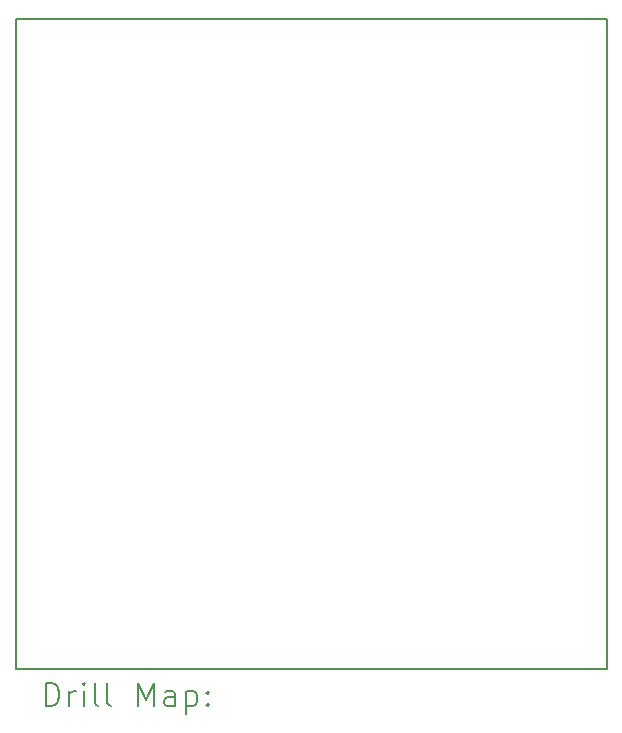
<source format=gbr>
%TF.GenerationSoftware,KiCad,Pcbnew,9.0.7*%
%TF.CreationDate,2026-02-24T20:16:30+00:00*%
%TF.ProjectId,AD5M,4144354d-2e6b-4696-9361-645f70636258,rev?*%
%TF.SameCoordinates,Original*%
%TF.FileFunction,Drillmap*%
%TF.FilePolarity,Positive*%
%FSLAX45Y45*%
G04 Gerber Fmt 4.5, Leading zero omitted, Abs format (unit mm)*
G04 Created by KiCad (PCBNEW 9.0.7) date 2026-02-24 20:16:30*
%MOMM*%
%LPD*%
G01*
G04 APERTURE LIST*
%ADD10C,0.200000*%
G04 APERTURE END LIST*
D10*
X14895000Y-4225000D02*
X19895000Y-4225000D01*
X19895000Y-9725000D01*
X14895000Y-9725000D01*
X14895000Y-4225000D01*
X15145777Y-10046484D02*
X15145777Y-9846484D01*
X15145777Y-9846484D02*
X15193396Y-9846484D01*
X15193396Y-9846484D02*
X15221967Y-9856008D01*
X15221967Y-9856008D02*
X15241015Y-9875055D01*
X15241015Y-9875055D02*
X15250539Y-9894103D01*
X15250539Y-9894103D02*
X15260062Y-9932198D01*
X15260062Y-9932198D02*
X15260062Y-9960770D01*
X15260062Y-9960770D02*
X15250539Y-9998865D01*
X15250539Y-9998865D02*
X15241015Y-10017912D01*
X15241015Y-10017912D02*
X15221967Y-10036960D01*
X15221967Y-10036960D02*
X15193396Y-10046484D01*
X15193396Y-10046484D02*
X15145777Y-10046484D01*
X15345777Y-10046484D02*
X15345777Y-9913150D01*
X15345777Y-9951246D02*
X15355301Y-9932198D01*
X15355301Y-9932198D02*
X15364824Y-9922674D01*
X15364824Y-9922674D02*
X15383872Y-9913150D01*
X15383872Y-9913150D02*
X15402920Y-9913150D01*
X15469586Y-10046484D02*
X15469586Y-9913150D01*
X15469586Y-9846484D02*
X15460062Y-9856008D01*
X15460062Y-9856008D02*
X15469586Y-9865531D01*
X15469586Y-9865531D02*
X15479110Y-9856008D01*
X15479110Y-9856008D02*
X15469586Y-9846484D01*
X15469586Y-9846484D02*
X15469586Y-9865531D01*
X15593396Y-10046484D02*
X15574348Y-10036960D01*
X15574348Y-10036960D02*
X15564824Y-10017912D01*
X15564824Y-10017912D02*
X15564824Y-9846484D01*
X15698158Y-10046484D02*
X15679110Y-10036960D01*
X15679110Y-10036960D02*
X15669586Y-10017912D01*
X15669586Y-10017912D02*
X15669586Y-9846484D01*
X15926729Y-10046484D02*
X15926729Y-9846484D01*
X15926729Y-9846484D02*
X15993396Y-9989341D01*
X15993396Y-9989341D02*
X16060062Y-9846484D01*
X16060062Y-9846484D02*
X16060062Y-10046484D01*
X16241015Y-10046484D02*
X16241015Y-9941722D01*
X16241015Y-9941722D02*
X16231491Y-9922674D01*
X16231491Y-9922674D02*
X16212443Y-9913150D01*
X16212443Y-9913150D02*
X16174348Y-9913150D01*
X16174348Y-9913150D02*
X16155301Y-9922674D01*
X16241015Y-10036960D02*
X16221967Y-10046484D01*
X16221967Y-10046484D02*
X16174348Y-10046484D01*
X16174348Y-10046484D02*
X16155301Y-10036960D01*
X16155301Y-10036960D02*
X16145777Y-10017912D01*
X16145777Y-10017912D02*
X16145777Y-9998865D01*
X16145777Y-9998865D02*
X16155301Y-9979817D01*
X16155301Y-9979817D02*
X16174348Y-9970293D01*
X16174348Y-9970293D02*
X16221967Y-9970293D01*
X16221967Y-9970293D02*
X16241015Y-9960770D01*
X16336253Y-9913150D02*
X16336253Y-10113150D01*
X16336253Y-9922674D02*
X16355301Y-9913150D01*
X16355301Y-9913150D02*
X16393396Y-9913150D01*
X16393396Y-9913150D02*
X16412443Y-9922674D01*
X16412443Y-9922674D02*
X16421967Y-9932198D01*
X16421967Y-9932198D02*
X16431491Y-9951246D01*
X16431491Y-9951246D02*
X16431491Y-10008389D01*
X16431491Y-10008389D02*
X16421967Y-10027436D01*
X16421967Y-10027436D02*
X16412443Y-10036960D01*
X16412443Y-10036960D02*
X16393396Y-10046484D01*
X16393396Y-10046484D02*
X16355301Y-10046484D01*
X16355301Y-10046484D02*
X16336253Y-10036960D01*
X16517205Y-10027436D02*
X16526729Y-10036960D01*
X16526729Y-10036960D02*
X16517205Y-10046484D01*
X16517205Y-10046484D02*
X16507682Y-10036960D01*
X16507682Y-10036960D02*
X16517205Y-10027436D01*
X16517205Y-10027436D02*
X16517205Y-10046484D01*
X16517205Y-9922674D02*
X16526729Y-9932198D01*
X16526729Y-9932198D02*
X16517205Y-9941722D01*
X16517205Y-9941722D02*
X16507682Y-9932198D01*
X16507682Y-9932198D02*
X16517205Y-9922674D01*
X16517205Y-9922674D02*
X16517205Y-9941722D01*
M02*

</source>
